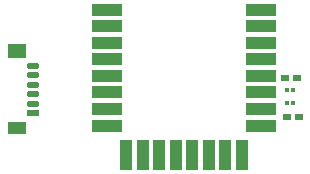
<source format=gbp>
G04*
G04 #@! TF.GenerationSoftware,Altium Limited,Altium Designer,18.0.8 (490)*
G04*
G04 Layer_Color=128*
%FSLAX44Y44*%
%MOMM*%
G71*
G01*
G75*
%ADD81R,0.6508X0.5508*%
G04:AMPARAMS|DCode=84|XSize=0.3708mm|YSize=0.4108mm|CornerRadius=0.1054mm|HoleSize=0mm|Usage=FLASHONLY|Rotation=0.000|XOffset=0mm|YOffset=0mm|HoleType=Round|Shape=RoundedRectangle|*
%AMROUNDEDRECTD84*
21,1,0.3708,0.2000,0,0,0.0*
21,1,0.1600,0.4108,0,0,0.0*
1,1,0.2108,0.0800,-0.1000*
1,1,0.2108,-0.0800,-0.1000*
1,1,0.2108,-0.0800,0.1000*
1,1,0.2108,0.0800,0.1000*
%
%ADD84ROUNDEDRECTD84*%
%ADD131R,1.5508X1.2508*%
G04:AMPARAMS|DCode=132|XSize=0.5508mm|YSize=1.0508mm|CornerRadius=0.2754mm|HoleSize=0mm|Usage=FLASHONLY|Rotation=270.000|XOffset=0mm|YOffset=0mm|HoleType=Round|Shape=RoundedRectangle|*
%AMROUNDEDRECTD132*
21,1,0.5508,0.5000,0,0,270.0*
21,1,0.0000,1.0508,0,0,270.0*
1,1,0.5508,-0.2500,0.0000*
1,1,0.5508,-0.2500,0.0000*
1,1,0.5508,0.2500,0.0000*
1,1,0.5508,0.2500,0.0000*
%
%ADD132ROUNDEDRECTD132*%
%ADD133R,1.0508X0.5508*%
%ADD134R,1.5508X1.0508*%
%ADD137R,1.0508X2.5008*%
%ADD138R,2.5008X1.0508*%
D81*
X1055136Y1558343D02*
D03*
X1065136D02*
D03*
X1056500Y1525250D02*
D03*
X1066500Y1525250D02*
D03*
D84*
X1062050Y1537500D02*
D03*
X1056450D02*
D03*
X1062050Y1548250D02*
D03*
X1056450D02*
D03*
D131*
X827602Y1581500D02*
D03*
D132*
X841750Y1568500D02*
D03*
Y1560500D02*
D03*
Y1552500D02*
D03*
Y1544500D02*
D03*
X841750Y1536500D02*
D03*
D133*
X841750Y1528500D02*
D03*
D134*
X827602Y1515500D02*
D03*
D137*
X948250Y1493000D02*
D03*
X934250D02*
D03*
X962250D02*
D03*
X976250D02*
D03*
X990250D02*
D03*
X1018250D02*
D03*
X1004250D02*
D03*
X920250D02*
D03*
D138*
X904250Y1546000D02*
D03*
Y1532000D02*
D03*
Y1560000D02*
D03*
Y1574000D02*
D03*
Y1588000D02*
D03*
Y1616000D02*
D03*
Y1602000D02*
D03*
Y1518000D02*
D03*
X1034250D02*
D03*
Y1602000D02*
D03*
Y1616000D02*
D03*
Y1588000D02*
D03*
Y1574000D02*
D03*
Y1560000D02*
D03*
Y1532000D02*
D03*
Y1546000D02*
D03*
M02*

</source>
